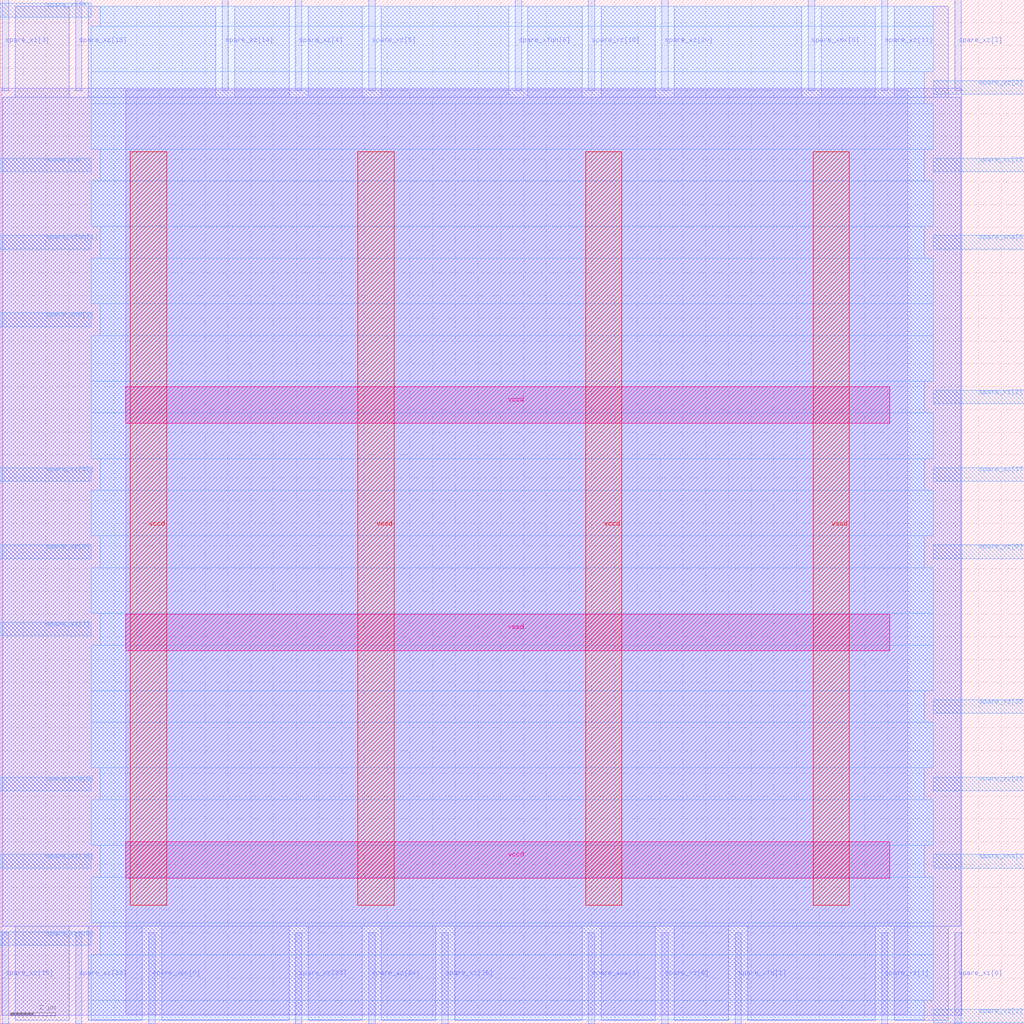
<source format=lef>
VERSION 5.7 ;
  NOWIREEXTENSIONATPIN ON ;
  DIVIDERCHAR "/" ;
  BUSBITCHARS "[]" ;
MACRO spare_logic_block
  CLASS BLOCK ;
  FOREIGN spare_logic_block ;
  ORIGIN 0.000 0.000 ;
  SIZE 45.000 BY 45.000 ;
  PIN spare_xfq[0]
    DIRECTION OUTPUT TRISTATE ;
    USE SIGNAL ;
    PORT
      LAYER met3 ;
        RECT 0.000 10.240 4.000 10.840 ;
    END
  END spare_xfq[0]
  PIN spare_xfq[1]
    DIRECTION OUTPUT TRISTATE ;
    USE SIGNAL ;
    PORT
      LAYER met2 ;
        RECT 32.290 0.000 32.570 4.000 ;
    END
  END spare_xfq[1]
  PIN spare_xfqn[0]
    DIRECTION OUTPUT TRISTATE ;
    USE SIGNAL ;
    PORT
      LAYER met2 ;
        RECT 22.630 41.000 22.910 45.000 ;
    END
  END spare_xfqn[0]
  PIN spare_xfqn[1]
    DIRECTION OUTPUT TRISTATE ;
    USE SIGNAL ;
    PORT
      LAYER met3 ;
        RECT 0.000 34.040 4.000 34.640 ;
    END
  END spare_xfqn[1]
  PIN spare_xi[0]
    DIRECTION OUTPUT TRISTATE ;
    USE SIGNAL ;
    PORT
      LAYER met2 ;
        RECT 41.950 0.000 42.230 4.000 ;
    END
  END spare_xi[0]
  PIN spare_xi[1]
    DIRECTION OUTPUT TRISTATE ;
    USE SIGNAL ;
    PORT
      LAYER met3 ;
        RECT 41.000 0.040 45.000 0.640 ;
    END
  END spare_xi[1]
  PIN spare_xi[2]
    DIRECTION OUTPUT TRISTATE ;
    USE SIGNAL ;
    PORT
      LAYER met3 ;
        RECT 41.000 27.240 45.000 27.840 ;
    END
  END spare_xi[2]
  PIN spare_xi[3]
    DIRECTION OUTPUT TRISTATE ;
    USE SIGNAL ;
    PORT
      LAYER met2 ;
        RECT 0.090 41.000 0.370 45.000 ;
    END
  END spare_xi[3]
  PIN spare_xib
    DIRECTION OUTPUT TRISTATE ;
    USE SIGNAL ;
    PORT
      LAYER met3 ;
        RECT 0.000 37.440 4.000 38.040 ;
    END
  END spare_xib
  PIN spare_xmx[0]
    DIRECTION OUTPUT TRISTATE ;
    USE SIGNAL ;
    PORT
      LAYER met2 ;
        RECT 35.510 41.000 35.790 45.000 ;
    END
  END spare_xmx[0]
  PIN spare_xmx[1]
    DIRECTION OUTPUT TRISTATE ;
    USE SIGNAL ;
    PORT
      LAYER met2 ;
        RECT 25.850 0.000 26.130 4.000 ;
    END
  END spare_xmx[1]
  PIN spare_xna[0]
    DIRECTION OUTPUT TRISTATE ;
    USE SIGNAL ;
    PORT
      LAYER met3 ;
        RECT 41.000 34.040 45.000 34.640 ;
    END
  END spare_xna[0]
  PIN spare_xna[1]
    DIRECTION OUTPUT TRISTATE ;
    USE SIGNAL ;
    PORT
      LAYER met3 ;
        RECT 41.000 6.840 45.000 7.440 ;
    END
  END spare_xna[1]
  PIN spare_xno[0]
    DIRECTION OUTPUT TRISTATE ;
    USE SIGNAL ;
    PORT
      LAYER met2 ;
        RECT 6.530 0.000 6.810 4.000 ;
    END
  END spare_xno[0]
  PIN spare_xno[1]
    DIRECTION OUTPUT TRISTATE ;
    USE SIGNAL ;
    PORT
      LAYER met3 ;
        RECT 0.000 30.640 4.000 31.240 ;
    END
  END spare_xno[1]
  PIN spare_xz[0]
    DIRECTION OUTPUT TRISTATE ;
    USE SIGNAL ;
    PORT
      LAYER met3 ;
        RECT 0.000 20.440 4.000 21.040 ;
    END
  END spare_xz[0]
  PIN spare_xz[10]
    DIRECTION OUTPUT TRISTATE ;
    USE SIGNAL ;
    PORT
      LAYER met2 ;
        RECT 25.850 41.000 26.130 45.000 ;
    END
  END spare_xz[10]
  PIN spare_xz[11]
    DIRECTION OUTPUT TRISTATE ;
    USE SIGNAL ;
    PORT
      LAYER met2 ;
        RECT 38.730 41.000 39.010 45.000 ;
    END
  END spare_xz[11]
  PIN spare_xz[12]
    DIRECTION OUTPUT TRISTATE ;
    USE SIGNAL ;
    PORT
      LAYER met3 ;
        RECT 0.000 23.840 4.000 24.440 ;
    END
  END spare_xz[12]
  PIN spare_xz[13]
    DIRECTION OUTPUT TRISTATE ;
    USE SIGNAL ;
    PORT
      LAYER met3 ;
        RECT 41.000 37.440 45.000 38.040 ;
    END
  END spare_xz[13]
  PIN spare_xz[14]
    DIRECTION OUTPUT TRISTATE ;
    USE SIGNAL ;
    PORT
      LAYER met2 ;
        RECT 9.750 41.000 10.030 45.000 ;
    END
  END spare_xz[14]
  PIN spare_xz[15]
    DIRECTION OUTPUT TRISTATE ;
    USE SIGNAL ;
    PORT
      LAYER met2 ;
        RECT 0.090 0.000 0.370 4.000 ;
    END
  END spare_xz[15]
  PIN spare_xz[16]
    DIRECTION OUTPUT TRISTATE ;
    USE SIGNAL ;
    PORT
      LAYER met3 ;
        RECT 0.000 6.840 4.000 7.440 ;
    END
  END spare_xz[16]
  PIN spare_xz[17]
    DIRECTION OUTPUT TRISTATE ;
    USE SIGNAL ;
    PORT
      LAYER met3 ;
        RECT 41.000 23.840 45.000 24.440 ;
    END
  END spare_xz[17]
  PIN spare_xz[18]
    DIRECTION OUTPUT TRISTATE ;
    USE SIGNAL ;
    PORT
      LAYER met2 ;
        RECT 3.310 41.000 3.590 45.000 ;
    END
  END spare_xz[18]
  PIN spare_xz[19]
    DIRECTION OUTPUT TRISTATE ;
    USE SIGNAL ;
    PORT
      LAYER met3 ;
        RECT 0.000 3.440 4.000 4.040 ;
    END
  END spare_xz[19]
  PIN spare_xz[1]
    DIRECTION OUTPUT TRISTATE ;
    USE SIGNAL ;
    PORT
      LAYER met2 ;
        RECT 38.730 0.000 39.010 4.000 ;
    END
  END spare_xz[1]
  PIN spare_xz[20]
    DIRECTION OUTPUT TRISTATE ;
    USE SIGNAL ;
    PORT
      LAYER met2 ;
        RECT 29.070 41.000 29.350 45.000 ;
    END
  END spare_xz[20]
  PIN spare_xz[21]
    DIRECTION OUTPUT TRISTATE ;
    USE SIGNAL ;
    PORT
      LAYER met3 ;
        RECT 41.000 10.240 45.000 10.840 ;
    END
  END spare_xz[21]
  PIN spare_xz[22]
    DIRECTION OUTPUT TRISTATE ;
    USE SIGNAL ;
    PORT
      LAYER met2 ;
        RECT 3.310 0.000 3.590 4.000 ;
    END
  END spare_xz[22]
  PIN spare_xz[23]
    DIRECTION OUTPUT TRISTATE ;
    USE SIGNAL ;
    PORT
      LAYER met2 ;
        RECT 12.970 0.000 13.250 4.000 ;
    END
  END spare_xz[23]
  PIN spare_xz[24]
    DIRECTION OUTPUT TRISTATE ;
    USE SIGNAL ;
    PORT
      LAYER met2 ;
        RECT 16.190 0.000 16.470 4.000 ;
    END
  END spare_xz[24]
  PIN spare_xz[25]
    DIRECTION OUTPUT TRISTATE ;
    USE SIGNAL ;
    PORT
      LAYER met3 ;
        RECT 41.000 13.640 45.000 14.240 ;
    END
  END spare_xz[25]
  PIN spare_xz[26]
    DIRECTION OUTPUT TRISTATE ;
    USE SIGNAL ;
    PORT
      LAYER met2 ;
        RECT 19.410 0.000 19.690 4.000 ;
    END
  END spare_xz[26]
  PIN spare_xz[2]
    DIRECTION OUTPUT TRISTATE ;
    USE SIGNAL ;
    PORT
      LAYER met3 ;
        RECT 41.000 40.840 45.000 41.440 ;
    END
  END spare_xz[2]
  PIN spare_xz[3]
    DIRECTION OUTPUT TRISTATE ;
    USE SIGNAL ;
    PORT
      LAYER met2 ;
        RECT 41.950 41.000 42.230 45.000 ;
    END
  END spare_xz[3]
  PIN spare_xz[4]
    DIRECTION OUTPUT TRISTATE ;
    USE SIGNAL ;
    PORT
      LAYER met2 ;
        RECT 12.970 41.000 13.250 45.000 ;
    END
  END spare_xz[4]
  PIN spare_xz[5]
    DIRECTION OUTPUT TRISTATE ;
    USE SIGNAL ;
    PORT
      LAYER met2 ;
        RECT 16.190 41.000 16.470 45.000 ;
    END
  END spare_xz[5]
  PIN spare_xz[6]
    DIRECTION OUTPUT TRISTATE ;
    USE SIGNAL ;
    PORT
      LAYER met2 ;
        RECT 29.070 0.000 29.350 4.000 ;
    END
  END spare_xz[6]
  PIN spare_xz[7]
    DIRECTION OUTPUT TRISTATE ;
    USE SIGNAL ;
    PORT
      LAYER met3 ;
        RECT 0.000 17.040 4.000 17.640 ;
    END
  END spare_xz[7]
  PIN spare_xz[8]
    DIRECTION OUTPUT TRISTATE ;
    USE SIGNAL ;
    PORT
      LAYER met3 ;
        RECT 0.000 44.240 4.000 44.840 ;
    END
  END spare_xz[8]
  PIN spare_xz[9]
    DIRECTION OUTPUT TRISTATE ;
    USE SIGNAL ;
    PORT
      LAYER met3 ;
        RECT 41.000 20.440 45.000 21.040 ;
    END
  END spare_xz[9]
  PIN vccd
    DIRECTION INPUT ;
    USE POWER ;
    PORT
      LAYER met5 ;
        RECT 5.520 6.400 39.100 8.000 ;
    END
    PORT
      LAYER met5 ;
        RECT 5.520 26.400 39.100 28.000 ;
    END
    PORT
      LAYER met4 ;
        RECT 5.720 5.200 7.320 38.320 ;
    END
    PORT
      LAYER met4 ;
        RECT 25.720 5.200 27.320 38.320 ;
    END
  END vccd
  PIN vssd
    DIRECTION INPUT ;
    USE GROUND ;
    PORT
      LAYER met5 ;
        RECT 5.520 16.400 39.100 18.000 ;
    END
    PORT
      LAYER met4 ;
        RECT 15.720 5.200 17.320 38.320 ;
    END
    PORT
      LAYER met4 ;
        RECT 35.720 5.200 37.320 38.320 ;
    END
  END vssd
  OBS
      LAYER li1 ;
        RECT 5.520 0.425 39.875 41.055 ;
      LAYER met1 ;
        RECT 0.070 0.380 42.250 41.100 ;
      LAYER met2 ;
        RECT 0.650 40.720 3.030 44.725 ;
        RECT 3.870 40.720 9.470 44.725 ;
        RECT 10.310 40.720 12.690 44.725 ;
        RECT 13.530 40.720 15.910 44.725 ;
        RECT 16.750 40.720 22.350 44.725 ;
        RECT 23.190 40.720 25.570 44.725 ;
        RECT 26.410 40.720 28.790 44.725 ;
        RECT 29.630 40.720 35.230 44.725 ;
        RECT 36.070 40.720 38.450 44.725 ;
        RECT 39.290 40.720 41.670 44.725 ;
        RECT 0.100 4.280 42.220 40.720 ;
        RECT 0.650 0.155 3.030 4.280 ;
        RECT 3.870 0.155 6.250 4.280 ;
        RECT 7.090 0.155 12.690 4.280 ;
        RECT 13.530 0.155 15.910 4.280 ;
        RECT 16.750 0.155 19.130 4.280 ;
        RECT 19.970 0.155 25.570 4.280 ;
        RECT 26.410 0.155 28.790 4.280 ;
        RECT 29.630 0.155 32.010 4.280 ;
        RECT 32.850 0.155 38.450 4.280 ;
        RECT 39.290 0.155 41.670 4.280 ;
      LAYER met3 ;
        RECT 4.400 43.840 41.000 44.705 ;
        RECT 4.000 41.840 41.000 43.840 ;
        RECT 4.000 40.440 40.600 41.840 ;
        RECT 4.000 38.440 41.000 40.440 ;
        RECT 4.400 37.040 40.600 38.440 ;
        RECT 4.000 35.040 41.000 37.040 ;
        RECT 4.400 33.640 40.600 35.040 ;
        RECT 4.000 31.640 41.000 33.640 ;
        RECT 4.400 30.240 41.000 31.640 ;
        RECT 4.000 28.240 41.000 30.240 ;
        RECT 4.000 26.840 40.600 28.240 ;
        RECT 4.000 24.840 41.000 26.840 ;
        RECT 4.400 23.440 40.600 24.840 ;
        RECT 4.000 21.440 41.000 23.440 ;
        RECT 4.400 20.040 40.600 21.440 ;
        RECT 4.000 18.040 41.000 20.040 ;
        RECT 4.400 16.640 41.000 18.040 ;
        RECT 4.000 14.640 41.000 16.640 ;
        RECT 4.000 13.240 40.600 14.640 ;
        RECT 4.000 11.240 41.000 13.240 ;
        RECT 4.400 9.840 40.600 11.240 ;
        RECT 4.000 7.840 41.000 9.840 ;
        RECT 4.400 6.440 40.600 7.840 ;
        RECT 4.000 4.440 41.000 6.440 ;
        RECT 4.400 3.040 41.000 4.440 ;
        RECT 4.000 1.040 41.000 3.040 ;
        RECT 4.000 0.175 40.600 1.040 ;
  END
END spare_logic_block
END LIBRARY


</source>
